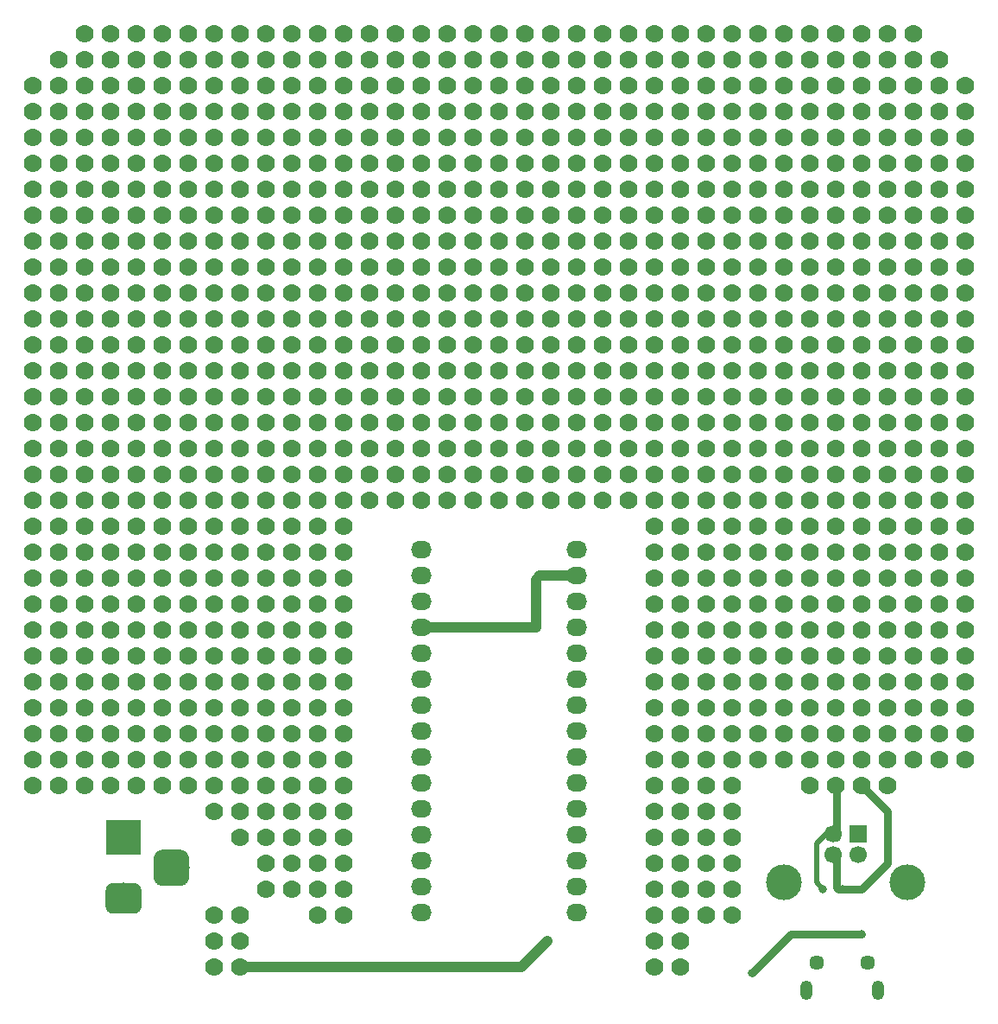
<source format=gbl>
G04 #@! TF.GenerationSoftware,KiCad,Pcbnew,(5.0.0)*
G04 #@! TF.CreationDate,2019-08-07T20:49:05+02:00*
G04 #@! TF.ProjectId,Arduino_Nano_Breadboard,41726475696E6F5F4E616E6F5F427265,rev?*
G04 #@! TF.SameCoordinates,Original*
G04 #@! TF.FileFunction,Copper,L2,Bot,Signal*
G04 #@! TF.FilePolarity,Positive*
%FSLAX46Y46*%
G04 Gerber Fmt 4.6, Leading zero omitted, Abs format (unit mm)*
G04 Created by KiCad (PCBNEW (5.0.0)) date 08/07/19 20:49:05*
%MOMM*%
%LPD*%
G01*
G04 APERTURE LIST*
G04 #@! TA.AperFunction,ComponentPad*
%ADD10C,1.778000*%
G04 #@! TD*
G04 #@! TA.AperFunction,ComponentPad*
%ADD11C,3.500000*%
G04 #@! TD*
G04 #@! TA.AperFunction,ComponentPad*
%ADD12C,1.700000*%
G04 #@! TD*
G04 #@! TA.AperFunction,ComponentPad*
%ADD13R,1.700000X1.700000*%
G04 #@! TD*
G04 #@! TA.AperFunction,ComponentPad*
%ADD14O,2.032000X1.727200*%
G04 #@! TD*
G04 #@! TA.AperFunction,Conductor*
%ADD15C,0.100000*%
G04 #@! TD*
G04 #@! TA.AperFunction,ComponentPad*
%ADD16C,3.000000*%
G04 #@! TD*
G04 #@! TA.AperFunction,ComponentPad*
%ADD17R,3.500000X3.500000*%
G04 #@! TD*
G04 #@! TA.AperFunction,ComponentPad*
%ADD18O,1.200000X1.900000*%
G04 #@! TD*
G04 #@! TA.AperFunction,ComponentPad*
%ADD19C,1.450000*%
G04 #@! TD*
G04 #@! TA.AperFunction,ViaPad*
%ADD20C,0.800000*%
G04 #@! TD*
G04 #@! TA.AperFunction,ViaPad*
%ADD21C,1.000000*%
G04 #@! TD*
G04 #@! TA.AperFunction,Conductor*
%ADD22C,1.000000*%
G04 #@! TD*
G04 #@! TA.AperFunction,Conductor*
%ADD23C,0.750000*%
G04 #@! TD*
G04 #@! TA.AperFunction,Conductor*
%ADD24C,0.500000*%
G04 #@! TD*
G04 APERTURE END LIST*
D10*
G04 #@! TO.P,,*
G04 #@! TO.N,*
X99530000Y-139850000D03*
G04 #@! TD*
G04 #@! TO.P,,*
G04 #@! TO.N,*
X96990000Y-139850000D03*
G04 #@! TD*
G04 #@! TO.P,,*
G04 #@! TO.N,*
X81750000Y-50950000D03*
G04 #@! TD*
G04 #@! TO.P,,*
G04 #@! TO.N,*
X168110000Y-50950000D03*
G04 #@! TD*
G04 #@! TO.P,,*
G04 #@! TO.N,*
X165570000Y-50950000D03*
G04 #@! TD*
G04 #@! TO.P,,*
G04 #@! TO.N,*
X165570000Y-48410000D03*
G04 #@! TD*
G04 #@! TO.P,,4*
G04 #@! TO.N,N/C*
X157950000Y-50950000D03*
X155410000Y-50950000D03*
X155410000Y-48410000D03*
X157950000Y-48410000D03*
G04 #@! TD*
G04 #@! TO.P,,4*
G04 #@! TO.N,N/C*
X147790000Y-50950000D03*
X145250000Y-50950000D03*
X145250000Y-48410000D03*
X147790000Y-48410000D03*
G04 #@! TD*
G04 #@! TO.P,,4*
G04 #@! TO.N,N/C*
X163030000Y-50950000D03*
X160490000Y-50950000D03*
X160490000Y-48410000D03*
X163030000Y-48410000D03*
G04 #@! TD*
G04 #@! TO.P,,4*
G04 #@! TO.N,N/C*
X152870000Y-50950000D03*
X150330000Y-50950000D03*
X150330000Y-48410000D03*
X152870000Y-48410000D03*
G04 #@! TD*
G04 #@! TO.P,,4*
G04 #@! TO.N,N/C*
X137630000Y-50950000D03*
X135090000Y-50950000D03*
X135090000Y-48410000D03*
X137630000Y-48410000D03*
G04 #@! TD*
G04 #@! TO.P,,4*
G04 #@! TO.N,N/C*
X127470000Y-50950000D03*
X124930000Y-50950000D03*
X124930000Y-48410000D03*
X127470000Y-48410000D03*
G04 #@! TD*
G04 #@! TO.P,,4*
G04 #@! TO.N,N/C*
X142710000Y-50950000D03*
X140170000Y-50950000D03*
X140170000Y-48410000D03*
X142710000Y-48410000D03*
G04 #@! TD*
G04 #@! TO.P,,4*
G04 #@! TO.N,N/C*
X132550000Y-50950000D03*
X130010000Y-50950000D03*
X130010000Y-48410000D03*
X132550000Y-48410000D03*
G04 #@! TD*
G04 #@! TO.P,,4*
G04 #@! TO.N,N/C*
X122390000Y-48410000D03*
X119850000Y-48410000D03*
X119850000Y-50950000D03*
X122390000Y-50950000D03*
G04 #@! TD*
G04 #@! TO.P,,4*
G04 #@! TO.N,N/C*
X117310000Y-48410000D03*
X114770000Y-48410000D03*
X114770000Y-50950000D03*
X117310000Y-50950000D03*
G04 #@! TD*
G04 #@! TO.P,,4*
G04 #@! TO.N,N/C*
X112230000Y-48410000D03*
X109690000Y-48410000D03*
X109690000Y-50950000D03*
X112230000Y-50950000D03*
G04 #@! TD*
G04 #@! TO.P,,4*
G04 #@! TO.N,N/C*
X107150000Y-48410000D03*
X104610000Y-48410000D03*
X104610000Y-50950000D03*
X107150000Y-50950000D03*
G04 #@! TD*
G04 #@! TO.P,,4*
G04 #@! TO.N,N/C*
X102070000Y-48410000D03*
X99530000Y-48410000D03*
X99530000Y-50950000D03*
X102070000Y-50950000D03*
G04 #@! TD*
G04 #@! TO.P,,4*
G04 #@! TO.N,N/C*
X96990000Y-48410000D03*
X94450000Y-48410000D03*
X94450000Y-50950000D03*
X96990000Y-50950000D03*
G04 #@! TD*
G04 #@! TO.P,,4*
G04 #@! TO.N,N/C*
X91910000Y-48410000D03*
X89370000Y-48410000D03*
X89370000Y-50950000D03*
X91910000Y-50950000D03*
G04 #@! TD*
G04 #@! TO.P,,4*
G04 #@! TO.N,N/C*
X86830000Y-48410000D03*
X84290000Y-48410000D03*
X84290000Y-50950000D03*
X86830000Y-50950000D03*
G04 #@! TD*
G04 #@! TO.P,,*
G04 #@! TO.N,*
X79210000Y-122070000D03*
G04 #@! TD*
G04 #@! TO.P,,*
G04 #@! TO.N,*
X81750000Y-122070000D03*
G04 #@! TD*
G04 #@! TO.P,,*
G04 #@! TO.N,*
X84290000Y-122070000D03*
G04 #@! TD*
G04 #@! TO.P,,5*
G04 #@! TO.N,N/C*
X84290000Y-114450000D03*
X81750000Y-114450000D03*
X79210000Y-114450000D03*
X79210000Y-116990000D03*
X79210000Y-119530000D03*
X81750000Y-119530000D03*
X84290000Y-119530000D03*
X81750000Y-116990000D03*
X84290000Y-116990000D03*
G04 #@! TD*
G04 #@! TO.P,,5*
G04 #@! TO.N,N/C*
X84290000Y-106830000D03*
X81750000Y-106830000D03*
X79210000Y-106830000D03*
X79210000Y-109370000D03*
X79210000Y-111910000D03*
X81750000Y-111910000D03*
X84290000Y-111910000D03*
X81750000Y-109370000D03*
X84290000Y-109370000D03*
G04 #@! TD*
G04 #@! TO.P,,5*
G04 #@! TO.N,N/C*
X84290000Y-99210000D03*
X81750000Y-99210000D03*
X79210000Y-99210000D03*
X79210000Y-101750000D03*
X79210000Y-104290000D03*
X81750000Y-104290000D03*
X84290000Y-104290000D03*
X81750000Y-101750000D03*
X84290000Y-101750000D03*
G04 #@! TD*
G04 #@! TO.P,,5*
G04 #@! TO.N,N/C*
X84290000Y-91590000D03*
X81750000Y-91590000D03*
X79210000Y-91590000D03*
X79210000Y-94130000D03*
X79210000Y-96670000D03*
X81750000Y-96670000D03*
X84290000Y-96670000D03*
X81750000Y-94130000D03*
X84290000Y-94130000D03*
G04 #@! TD*
G04 #@! TO.P,,5*
G04 #@! TO.N,N/C*
X84290000Y-83970000D03*
X81750000Y-83970000D03*
X79210000Y-83970000D03*
X79210000Y-86510000D03*
X79210000Y-89050000D03*
X81750000Y-89050000D03*
X84290000Y-89050000D03*
X81750000Y-86510000D03*
X84290000Y-86510000D03*
G04 #@! TD*
G04 #@! TO.P,,5*
G04 #@! TO.N,N/C*
X84290000Y-76350000D03*
X81750000Y-76350000D03*
X79210000Y-76350000D03*
X79210000Y-78890000D03*
X79210000Y-81430000D03*
X81750000Y-81430000D03*
X84290000Y-81430000D03*
X81750000Y-78890000D03*
X84290000Y-78890000D03*
G04 #@! TD*
G04 #@! TO.P,,5*
G04 #@! TO.N,N/C*
X84290000Y-68730000D03*
X81750000Y-68730000D03*
X79210000Y-68730000D03*
X79210000Y-71270000D03*
X79210000Y-73810000D03*
X81750000Y-73810000D03*
X84290000Y-73810000D03*
X81750000Y-71270000D03*
X84290000Y-71270000D03*
G04 #@! TD*
G04 #@! TO.P,,5*
G04 #@! TO.N,N/C*
X84290000Y-61110000D03*
X81750000Y-61110000D03*
X79210000Y-61110000D03*
X79210000Y-63650000D03*
X79210000Y-66190000D03*
X81750000Y-66190000D03*
X84290000Y-66190000D03*
X81750000Y-63650000D03*
X84290000Y-63650000D03*
G04 #@! TD*
G04 #@! TO.P,,5*
G04 #@! TO.N,N/C*
X84290000Y-53490000D03*
X81750000Y-53490000D03*
X79210000Y-53490000D03*
X79210000Y-56030000D03*
X79210000Y-58570000D03*
X81750000Y-58570000D03*
X84290000Y-58570000D03*
X81750000Y-56030000D03*
X84290000Y-56030000D03*
G04 #@! TD*
G04 #@! TO.P,,*
G04 #@! TO.N,*
X170650000Y-86510000D03*
G04 #@! TD*
G04 #@! TO.P,,*
G04 #@! TO.N,*
X170650000Y-83970000D03*
G04 #@! TD*
G04 #@! TO.P,,*
G04 #@! TO.N,*
X170650000Y-119530000D03*
G04 #@! TD*
G04 #@! TO.P,,*
G04 #@! TO.N,*
X170650000Y-116990000D03*
G04 #@! TD*
G04 #@! TO.P,,*
G04 #@! TO.N,*
X170650000Y-114450000D03*
G04 #@! TD*
G04 #@! TO.P,,*
G04 #@! TO.N,*
X168110000Y-114450000D03*
G04 #@! TD*
G04 #@! TO.P,,4*
G04 #@! TO.N,N/C*
X147790000Y-129690000D03*
X145250000Y-129690000D03*
X145250000Y-127150000D03*
X147790000Y-127150000D03*
G04 #@! TD*
G04 #@! TO.P,,4*
G04 #@! TO.N,N/C*
X147790000Y-124610000D03*
X145250000Y-124610000D03*
X145250000Y-122070000D03*
X147790000Y-122070000D03*
G04 #@! TD*
G04 #@! TO.P,,4*
G04 #@! TO.N,N/C*
X147790000Y-119530000D03*
X145250000Y-119530000D03*
X145250000Y-116990000D03*
X147790000Y-116990000D03*
G04 #@! TD*
G04 #@! TO.P,,4*
G04 #@! TO.N,N/C*
X152870000Y-119530000D03*
X150330000Y-119530000D03*
X150330000Y-116990000D03*
X152870000Y-116990000D03*
G04 #@! TD*
G04 #@! TO.P,,4*
G04 #@! TO.N,N/C*
X157950000Y-119530000D03*
X155410000Y-119530000D03*
X155410000Y-116990000D03*
X157950000Y-116990000D03*
G04 #@! TD*
G04 #@! TO.P,,4*
G04 #@! TO.N,N/C*
X170650000Y-111910000D03*
X168110000Y-111910000D03*
X168110000Y-109370000D03*
X170650000Y-109370000D03*
G04 #@! TD*
G04 #@! TO.P,,4*
G04 #@! TO.N,N/C*
X170650000Y-106830000D03*
X168110000Y-106830000D03*
X168110000Y-104290000D03*
X170650000Y-104290000D03*
G04 #@! TD*
G04 #@! TO.P,,4*
G04 #@! TO.N,N/C*
X170650000Y-101750000D03*
X168110000Y-101750000D03*
X168110000Y-99210000D03*
X170650000Y-99210000D03*
G04 #@! TD*
G04 #@! TO.P,,4*
G04 #@! TO.N,N/C*
X170650000Y-96670000D03*
X168110000Y-96670000D03*
X168110000Y-94130000D03*
X170650000Y-94130000D03*
G04 #@! TD*
G04 #@! TO.P,,4*
G04 #@! TO.N,N/C*
X170650000Y-91590000D03*
X168110000Y-91590000D03*
X168110000Y-89050000D03*
X170650000Y-89050000D03*
G04 #@! TD*
G04 #@! TO.P,,4*
G04 #@! TO.N,N/C*
X168110000Y-86510000D03*
X165570000Y-86510000D03*
X165570000Y-83970000D03*
X168110000Y-83970000D03*
G04 #@! TD*
G04 #@! TO.P,,5*
G04 #@! TO.N,N/C*
X170650000Y-76350000D03*
X168110000Y-76350000D03*
X165570000Y-76350000D03*
X165570000Y-78890000D03*
X165570000Y-81430000D03*
X168110000Y-81430000D03*
X170650000Y-81430000D03*
X168110000Y-78890000D03*
X170650000Y-78890000D03*
G04 #@! TD*
G04 #@! TO.P,,5*
G04 #@! TO.N,N/C*
X170650000Y-68730000D03*
X168110000Y-68730000D03*
X165570000Y-68730000D03*
X165570000Y-71270000D03*
X165570000Y-73810000D03*
X168110000Y-73810000D03*
X170650000Y-73810000D03*
X168110000Y-71270000D03*
X170650000Y-71270000D03*
G04 #@! TD*
G04 #@! TO.P,,5*
G04 #@! TO.N,N/C*
X170650000Y-61110000D03*
X168110000Y-61110000D03*
X165570000Y-61110000D03*
X165570000Y-63650000D03*
X165570000Y-66190000D03*
X168110000Y-66190000D03*
X170650000Y-66190000D03*
X168110000Y-63650000D03*
X170650000Y-63650000D03*
G04 #@! TD*
G04 #@! TO.P,,5*
G04 #@! TO.N,N/C*
X170650000Y-53490000D03*
X168110000Y-53490000D03*
X165570000Y-53490000D03*
X165570000Y-56030000D03*
X165570000Y-58570000D03*
X168110000Y-58570000D03*
X170650000Y-58570000D03*
X168110000Y-56030000D03*
X170650000Y-56030000D03*
G04 #@! TD*
G04 #@! TO.P,,*
G04 #@! TO.N,*
X163030000Y-86510000D03*
G04 #@! TD*
G04 #@! TO.P,,*
G04 #@! TO.N,*
X160490000Y-86510000D03*
G04 #@! TD*
G04 #@! TO.P,,4*
G04 #@! TO.N,N/C*
X163030000Y-81430000D03*
X160490000Y-81430000D03*
X160490000Y-83970000D03*
X163030000Y-83970000D03*
G04 #@! TD*
G04 #@! TO.P,,*
G04 #@! TO.N,*
X157950000Y-58570000D03*
G04 #@! TD*
G04 #@! TO.P,,*
G04 #@! TO.N,*
X157950000Y-56030000D03*
G04 #@! TD*
G04 #@! TO.P,,*
G04 #@! TO.N,*
X155410000Y-56030000D03*
G04 #@! TD*
G04 #@! TO.P,,*
G04 #@! TO.N,*
X152870000Y-56030000D03*
G04 #@! TD*
G04 #@! TO.P,,*
G04 #@! TO.N,*
X150330000Y-56030000D03*
G04 #@! TD*
G04 #@! TO.P,,*
G04 #@! TO.N,*
X147790000Y-56030000D03*
G04 #@! TD*
G04 #@! TO.P,,*
G04 #@! TO.N,*
X145250000Y-56030000D03*
G04 #@! TD*
G04 #@! TO.P,,*
G04 #@! TO.N,*
X145250000Y-58570000D03*
G04 #@! TD*
G04 #@! TO.P,,*
G04 #@! TO.N,*
X145250000Y-61110000D03*
G04 #@! TD*
G04 #@! TO.P,,*
G04 #@! TO.N,*
X163030000Y-78890000D03*
G04 #@! TD*
G04 #@! TO.P,,*
G04 #@! TO.N,*
X163030000Y-76350000D03*
G04 #@! TD*
G04 #@! TO.P,,*
G04 #@! TO.N,*
X163030000Y-73810000D03*
G04 #@! TD*
G04 #@! TO.P,,4*
G04 #@! TO.N,N/C*
X104610000Y-129690000D03*
X102070000Y-129690000D03*
X102070000Y-132230000D03*
X104610000Y-132230000D03*
G04 #@! TD*
G04 #@! TO.P,,4*
G04 #@! TO.N,N/C*
X104610000Y-124610000D03*
X102070000Y-124610000D03*
X102070000Y-127150000D03*
X104610000Y-127150000D03*
G04 #@! TD*
G04 #@! TO.P,,*
G04 #@! TO.N,*
X107150000Y-53490000D03*
G04 #@! TD*
G04 #@! TO.P,,4*
G04 #@! TO.N,N/C*
X168110000Y-119530000D03*
X165570000Y-119530000D03*
X165570000Y-116990000D03*
X168110000Y-116990000D03*
G04 #@! TD*
G04 #@! TO.P,,4*
G04 #@! TO.N,N/C*
X99530000Y-137310000D03*
X96990000Y-137310000D03*
X96990000Y-134770000D03*
X99530000Y-134770000D03*
G04 #@! TD*
G04 #@! TO.P,,4*
G04 #@! TO.N,N/C*
X142710000Y-139850000D03*
X140170000Y-139850000D03*
X140170000Y-137310000D03*
X142710000Y-137310000D03*
G04 #@! TD*
G04 #@! TO.P,,4*
G04 #@! TO.N,N/C*
X163030000Y-56030000D03*
X160490000Y-56030000D03*
X160490000Y-53490000D03*
X163030000Y-53490000D03*
G04 #@! TD*
G04 #@! TO.P,,4*
G04 #@! TO.N,N/C*
X163030000Y-61110000D03*
X160490000Y-61110000D03*
X160490000Y-58570000D03*
X163030000Y-58570000D03*
G04 #@! TD*
G04 #@! TO.P,,4*
G04 #@! TO.N,N/C*
X165570000Y-106830000D03*
X163030000Y-106830000D03*
X163030000Y-104290000D03*
X165570000Y-104290000D03*
G04 #@! TD*
G04 #@! TO.P,,4*
G04 #@! TO.N,N/C*
X160490000Y-106830000D03*
X157950000Y-106830000D03*
X157950000Y-104290000D03*
X160490000Y-104290000D03*
G04 #@! TD*
G04 #@! TO.P,,4*
G04 #@! TO.N,N/C*
X155410000Y-106830000D03*
X152870000Y-106830000D03*
X152870000Y-104290000D03*
X155410000Y-104290000D03*
G04 #@! TD*
G04 #@! TO.P,,4*
G04 #@! TO.N,N/C*
X147790000Y-134770000D03*
X145250000Y-134770000D03*
X145250000Y-132230000D03*
X147790000Y-132230000D03*
G04 #@! TD*
G04 #@! TO.P,,4*
G04 #@! TO.N,N/C*
X142710000Y-132230000D03*
X140170000Y-132230000D03*
X140170000Y-129690000D03*
X142710000Y-129690000D03*
G04 #@! TD*
G04 #@! TO.P,,4*
G04 #@! TO.N,N/C*
X142710000Y-127150000D03*
X140170000Y-127150000D03*
X140170000Y-124610000D03*
X142710000Y-124610000D03*
G04 #@! TD*
G04 #@! TO.P,,4*
G04 #@! TO.N,N/C*
X142710000Y-122070000D03*
X140170000Y-122070000D03*
X140170000Y-119530000D03*
X142710000Y-119530000D03*
G04 #@! TD*
G04 #@! TO.P,,4*
G04 #@! TO.N,N/C*
X142710000Y-116990000D03*
X140170000Y-116990000D03*
X140170000Y-114450000D03*
X142710000Y-114450000D03*
G04 #@! TD*
G04 #@! TO.P,,4*
G04 #@! TO.N,N/C*
X142710000Y-111910000D03*
X140170000Y-111910000D03*
X140170000Y-109370000D03*
X142710000Y-109370000D03*
G04 #@! TD*
G04 #@! TO.P,,4*
G04 #@! TO.N,N/C*
X142710000Y-106830000D03*
X140170000Y-106830000D03*
X140170000Y-104290000D03*
X142710000Y-104290000D03*
G04 #@! TD*
G04 #@! TO.P,,4*
G04 #@! TO.N,N/C*
X142710000Y-101750000D03*
X140170000Y-101750000D03*
X140170000Y-99210000D03*
X142710000Y-99210000D03*
G04 #@! TD*
G04 #@! TO.P,,4*
G04 #@! TO.N,N/C*
X142710000Y-96670000D03*
X140170000Y-96670000D03*
X140170000Y-94130000D03*
X142710000Y-94130000D03*
G04 #@! TD*
G04 #@! TO.P,,4*
G04 #@! TO.N,N/C*
X109690000Y-132230000D03*
X107150000Y-132230000D03*
X107150000Y-129690000D03*
X109690000Y-129690000D03*
G04 #@! TD*
G04 #@! TO.P,,4*
G04 #@! TO.N,N/C*
X109690000Y-127150000D03*
X107150000Y-127150000D03*
X107150000Y-124610000D03*
X109690000Y-124610000D03*
G04 #@! TD*
G04 #@! TO.P,,4*
G04 #@! TO.N,N/C*
X109690000Y-122070000D03*
X107150000Y-122070000D03*
X107150000Y-119530000D03*
X109690000Y-119530000D03*
G04 #@! TD*
G04 #@! TO.P,,4*
G04 #@! TO.N,N/C*
X109690000Y-116990000D03*
X107150000Y-116990000D03*
X107150000Y-114450000D03*
X109690000Y-114450000D03*
G04 #@! TD*
G04 #@! TO.P,,4*
G04 #@! TO.N,N/C*
X109690000Y-111910000D03*
X107150000Y-111910000D03*
X107150000Y-109370000D03*
X109690000Y-109370000D03*
G04 #@! TD*
G04 #@! TO.P,,4*
G04 #@! TO.N,N/C*
X109690000Y-106830000D03*
X107150000Y-106830000D03*
X107150000Y-104290000D03*
X109690000Y-104290000D03*
G04 #@! TD*
G04 #@! TO.P,,4*
G04 #@! TO.N,N/C*
X109690000Y-101750000D03*
X107150000Y-101750000D03*
X107150000Y-99210000D03*
X109690000Y-99210000D03*
G04 #@! TD*
G04 #@! TO.P,,4*
G04 #@! TO.N,N/C*
X109690000Y-96670000D03*
X107150000Y-96670000D03*
X107150000Y-94130000D03*
X109690000Y-94130000D03*
G04 #@! TD*
G04 #@! TO.P,,4*
G04 #@! TO.N,N/C*
X163030000Y-66190000D03*
X160490000Y-66190000D03*
X160490000Y-63650000D03*
X163030000Y-63650000D03*
G04 #@! TD*
G04 #@! TO.P,,4*
G04 #@! TO.N,N/C*
X163030000Y-119530000D03*
X160490000Y-119530000D03*
X160490000Y-116990000D03*
X163030000Y-116990000D03*
G04 #@! TD*
G04 #@! TO.P,,4*
G04 #@! TO.N,N/C*
X150330000Y-61110000D03*
X147790000Y-61110000D03*
X147790000Y-58570000D03*
X150330000Y-58570000D03*
G04 #@! TD*
G04 #@! TO.P,,4*
G04 #@! TO.N,N/C*
X163030000Y-71270000D03*
X160490000Y-71270000D03*
X160490000Y-68730000D03*
X163030000Y-68730000D03*
G04 #@! TD*
G04 #@! TO.P,,4*
G04 #@! TO.N,N/C*
X89370000Y-122070000D03*
X86830000Y-122070000D03*
X86830000Y-119530000D03*
X89370000Y-119530000D03*
G04 #@! TD*
G04 #@! TO.P,,4*
G04 #@! TO.N,N/C*
X89370000Y-116990000D03*
X86830000Y-116990000D03*
X86830000Y-114450000D03*
X89370000Y-114450000D03*
G04 #@! TD*
G04 #@! TO.P,,4*
G04 #@! TO.N,N/C*
X89370000Y-111910000D03*
X86830000Y-111910000D03*
X86830000Y-109370000D03*
X89370000Y-109370000D03*
G04 #@! TD*
G04 #@! TO.P,,4*
G04 #@! TO.N,N/C*
X89370000Y-106830000D03*
X86830000Y-106830000D03*
X86830000Y-104290000D03*
X89370000Y-104290000D03*
G04 #@! TD*
G04 #@! TO.P,,4*
G04 #@! TO.N,N/C*
X89370000Y-101750000D03*
X86830000Y-101750000D03*
X86830000Y-99210000D03*
X89370000Y-99210000D03*
G04 #@! TD*
G04 #@! TO.P,,4*
G04 #@! TO.N,N/C*
X89370000Y-96670000D03*
X86830000Y-96670000D03*
X86830000Y-94130000D03*
X89370000Y-94130000D03*
G04 #@! TD*
G04 #@! TO.P,,4*
G04 #@! TO.N,N/C*
X89370000Y-91590000D03*
X86830000Y-91590000D03*
X86830000Y-89050000D03*
X89370000Y-89050000D03*
G04 #@! TD*
G04 #@! TO.P,,4*
G04 #@! TO.N,N/C*
X89370000Y-86510000D03*
X86830000Y-86510000D03*
X86830000Y-83970000D03*
X89370000Y-83970000D03*
G04 #@! TD*
G04 #@! TO.P,,4*
G04 #@! TO.N,N/C*
X89370000Y-81430000D03*
X86830000Y-81430000D03*
X86830000Y-78890000D03*
X89370000Y-78890000D03*
G04 #@! TD*
G04 #@! TO.P,,4*
G04 #@! TO.N,N/C*
X89370000Y-76350000D03*
X86830000Y-76350000D03*
X86830000Y-73810000D03*
X89370000Y-73810000D03*
G04 #@! TD*
G04 #@! TO.P,,4*
G04 #@! TO.N,N/C*
X89370000Y-71270000D03*
X86830000Y-71270000D03*
X86830000Y-68730000D03*
X89370000Y-68730000D03*
G04 #@! TD*
G04 #@! TO.P,,4*
G04 #@! TO.N,N/C*
X89370000Y-66190000D03*
X86830000Y-66190000D03*
X86830000Y-63650000D03*
X89370000Y-63650000D03*
G04 #@! TD*
G04 #@! TO.P,,4*
G04 #@! TO.N,N/C*
X89370000Y-61110000D03*
X86830000Y-61110000D03*
X86830000Y-58570000D03*
X89370000Y-58570000D03*
G04 #@! TD*
G04 #@! TO.P,,4*
G04 #@! TO.N,N/C*
X89370000Y-56030000D03*
X86830000Y-56030000D03*
X86830000Y-53490000D03*
X89370000Y-53490000D03*
G04 #@! TD*
G04 #@! TO.P,,4*
G04 #@! TO.N,N/C*
X155410000Y-78890000D03*
X152870000Y-78890000D03*
X152870000Y-76350000D03*
X155410000Y-76350000D03*
G04 #@! TD*
G04 #@! TO.P,,4*
G04 #@! TO.N,N/C*
X160490000Y-78890000D03*
X157950000Y-78890000D03*
X157950000Y-76350000D03*
X160490000Y-76350000D03*
G04 #@! TD*
G04 #@! TO.P,,*
G04 #@! TO.N,*
X99530000Y-127150000D03*
G04 #@! TD*
G04 #@! TO.P,,*
G04 #@! TO.N,*
X99530000Y-124610000D03*
G04 #@! TD*
G04 #@! TO.P,,*
G04 #@! TO.N,*
X96990000Y-124610000D03*
G04 #@! TD*
G04 #@! TO.P,,*
G04 #@! TO.N,*
X163030000Y-122070000D03*
G04 #@! TD*
G04 #@! TO.P,,*
G04 #@! TO.N,*
X160490000Y-122070000D03*
G04 #@! TD*
G04 #@! TO.P,,*
G04 #@! TO.N,*
X157950000Y-122070000D03*
G04 #@! TD*
G04 #@! TO.P,,*
G04 #@! TO.N,*
X155410000Y-122070000D03*
G04 #@! TD*
G04 #@! TO.P,,*
G04 #@! TO.N,*
X107150000Y-134770000D03*
G04 #@! TD*
G04 #@! TO.P,,*
G04 #@! TO.N,*
X109690000Y-134770000D03*
G04 #@! TD*
G04 #@! TO.P,,*
G04 #@! TO.N,*
X142710000Y-134770000D03*
G04 #@! TD*
G04 #@! TO.P,,*
G04 #@! TO.N,*
X140170000Y-134770000D03*
G04 #@! TD*
G04 #@! TO.P,,*
G04 #@! TO.N,*
X137630000Y-94130000D03*
G04 #@! TD*
G04 #@! TO.P,,*
G04 #@! TO.N,*
X135090000Y-94130000D03*
G04 #@! TD*
G04 #@! TO.P,,*
G04 #@! TO.N,*
X132550000Y-94130000D03*
G04 #@! TD*
G04 #@! TO.P,,*
G04 #@! TO.N,*
X130010000Y-94130000D03*
G04 #@! TD*
G04 #@! TO.P,,*
G04 #@! TO.N,*
X127470000Y-94130000D03*
G04 #@! TD*
G04 #@! TO.P,,*
G04 #@! TO.N,*
X124930000Y-94130000D03*
G04 #@! TD*
G04 #@! TO.P,,*
G04 #@! TO.N,*
X122390000Y-94130000D03*
G04 #@! TD*
G04 #@! TO.P,,*
G04 #@! TO.N,*
X119850000Y-94130000D03*
G04 #@! TD*
G04 #@! TO.P,,*
G04 #@! TO.N,*
X117310000Y-94130000D03*
G04 #@! TD*
G04 #@! TO.P,,*
G04 #@! TO.N,*
X114770000Y-94130000D03*
G04 #@! TD*
G04 #@! TO.P,,*
G04 #@! TO.N,*
X157950000Y-53490000D03*
G04 #@! TD*
G04 #@! TO.P,,*
G04 #@! TO.N,*
X155410000Y-53490000D03*
G04 #@! TD*
G04 #@! TO.P,,*
G04 #@! TO.N,*
X152870000Y-53490000D03*
G04 #@! TD*
G04 #@! TO.P,,*
G04 #@! TO.N,*
X160490000Y-73810000D03*
G04 #@! TD*
G04 #@! TO.P,,*
G04 #@! TO.N,*
X152870000Y-58570000D03*
G04 #@! TD*
G04 #@! TO.P,,*
G04 #@! TO.N,*
X155410000Y-58570000D03*
G04 #@! TD*
G04 #@! TO.P,,*
G04 #@! TO.N,*
X91910000Y-53490000D03*
G04 #@! TD*
G04 #@! TO.P,,*
G04 #@! TO.N,*
X96990000Y-53490000D03*
G04 #@! TD*
G04 #@! TO.P,,*
G04 #@! TO.N,*
X94450000Y-53490000D03*
G04 #@! TD*
G04 #@! TO.P,,*
G04 #@! TO.N,*
X99530000Y-53490000D03*
G04 #@! TD*
G04 #@! TO.P,,*
G04 #@! TO.N,*
X102070000Y-53490000D03*
G04 #@! TD*
G04 #@! TO.P,,*
G04 #@! TO.N,*
X104610000Y-53490000D03*
G04 #@! TD*
G04 #@! TO.P,,*
G04 #@! TO.N,*
X109690000Y-53490000D03*
G04 #@! TD*
G04 #@! TO.P,,*
G04 #@! TO.N,*
X119850000Y-53490000D03*
G04 #@! TD*
G04 #@! TO.P,,*
G04 #@! TO.N,*
X127470000Y-53490000D03*
G04 #@! TD*
G04 #@! TO.P,,*
G04 #@! TO.N,*
X122390000Y-53490000D03*
G04 #@! TD*
G04 #@! TO.P,,*
G04 #@! TO.N,*
X130010000Y-53490000D03*
G04 #@! TD*
G04 #@! TO.P,,*
G04 #@! TO.N,*
X112230000Y-53490000D03*
G04 #@! TD*
G04 #@! TO.P,,*
G04 #@! TO.N,*
X114770000Y-53490000D03*
G04 #@! TD*
G04 #@! TO.P,,*
G04 #@! TO.N,*
X117310000Y-53490000D03*
G04 #@! TD*
G04 #@! TO.P,,*
G04 #@! TO.N,*
X124930000Y-53490000D03*
G04 #@! TD*
G04 #@! TO.P,,*
G04 #@! TO.N,*
X132550000Y-53490000D03*
G04 #@! TD*
G04 #@! TO.P,,*
G04 #@! TO.N,*
X142710000Y-53490000D03*
G04 #@! TD*
G04 #@! TO.P,,*
G04 #@! TO.N,*
X150330000Y-53490000D03*
G04 #@! TD*
G04 #@! TO.P,,*
G04 #@! TO.N,*
X145250000Y-53490000D03*
G04 #@! TD*
G04 #@! TO.P,,*
G04 #@! TO.N,*
X135090000Y-53490000D03*
G04 #@! TD*
G04 #@! TO.P,,*
G04 #@! TO.N,*
X137630000Y-53490000D03*
G04 #@! TD*
G04 #@! TO.P,,*
G04 #@! TO.N,*
X140170000Y-53490000D03*
G04 #@! TD*
G04 #@! TO.P,,*
G04 #@! TO.N,*
X147790000Y-53490000D03*
G04 #@! TD*
G04 #@! TO.P,,*
G04 #@! TO.N,*
X112230000Y-94130000D03*
G04 #@! TD*
G04 #@! TO.P,,5*
G04 #@! TO.N,N/C*
X142710000Y-81430000D03*
X140170000Y-81430000D03*
X142710000Y-83970000D03*
X140170000Y-83970000D03*
X137630000Y-83970000D03*
X137630000Y-81430000D03*
X137630000Y-78890000D03*
X140170000Y-78890000D03*
X142710000Y-78890000D03*
G04 #@! TD*
G04 #@! TO.P,,5*
G04 #@! TO.N,N/C*
X165570000Y-99210000D03*
X163030000Y-99210000D03*
X165570000Y-101750000D03*
X163030000Y-101750000D03*
X160490000Y-101750000D03*
X160490000Y-99210000D03*
X160490000Y-96670000D03*
X163030000Y-96670000D03*
X165570000Y-96670000D03*
G04 #@! TD*
G04 #@! TO.P,,5*
G04 #@! TO.N,N/C*
X157950000Y-99210000D03*
X155410000Y-99210000D03*
X157950000Y-101750000D03*
X155410000Y-101750000D03*
X152870000Y-101750000D03*
X152870000Y-99210000D03*
X152870000Y-96670000D03*
X155410000Y-96670000D03*
X157950000Y-96670000D03*
G04 #@! TD*
G04 #@! TO.P,,5*
G04 #@! TO.N,N/C*
X165570000Y-91590000D03*
X163030000Y-91590000D03*
X165570000Y-94130000D03*
X163030000Y-94130000D03*
X160490000Y-94130000D03*
X160490000Y-91590000D03*
X160490000Y-89050000D03*
X163030000Y-89050000D03*
X165570000Y-89050000D03*
G04 #@! TD*
G04 #@! TO.P,,5*
G04 #@! TO.N,N/C*
X157950000Y-91590000D03*
X155410000Y-91590000D03*
X157950000Y-94130000D03*
X155410000Y-94130000D03*
X152870000Y-94130000D03*
X152870000Y-91590000D03*
X152870000Y-89050000D03*
X155410000Y-89050000D03*
X157950000Y-89050000D03*
G04 #@! TD*
G04 #@! TO.P,,5*
G04 #@! TO.N,N/C*
X157950000Y-83970000D03*
X155410000Y-83970000D03*
X157950000Y-86510000D03*
X155410000Y-86510000D03*
X152870000Y-86510000D03*
X152870000Y-83970000D03*
X152870000Y-81430000D03*
X155410000Y-81430000D03*
X157950000Y-81430000D03*
G04 #@! TD*
G04 #@! TO.P,,5*
G04 #@! TO.N,N/C*
X150330000Y-111910000D03*
X147790000Y-111910000D03*
X150330000Y-114450000D03*
X147790000Y-114450000D03*
X145250000Y-114450000D03*
X145250000Y-111910000D03*
X145250000Y-109370000D03*
X147790000Y-109370000D03*
X150330000Y-109370000D03*
G04 #@! TD*
G04 #@! TO.P,,5*
G04 #@! TO.N,N/C*
X150330000Y-104290000D03*
X147790000Y-104290000D03*
X150330000Y-106830000D03*
X147790000Y-106830000D03*
X145250000Y-106830000D03*
X145250000Y-104290000D03*
X145250000Y-101750000D03*
X147790000Y-101750000D03*
X150330000Y-101750000D03*
G04 #@! TD*
G04 #@! TO.P,,5*
G04 #@! TO.N,N/C*
X150330000Y-96670000D03*
X147790000Y-96670000D03*
X150330000Y-99210000D03*
X147790000Y-99210000D03*
X145250000Y-99210000D03*
X145250000Y-96670000D03*
X145250000Y-94130000D03*
X147790000Y-94130000D03*
X150330000Y-94130000D03*
G04 #@! TD*
G04 #@! TO.P,,5*
G04 #@! TO.N,N/C*
X112230000Y-89050000D03*
X109690000Y-89050000D03*
X112230000Y-91590000D03*
X109690000Y-91590000D03*
X107150000Y-91590000D03*
X107150000Y-89050000D03*
X107150000Y-86510000D03*
X109690000Y-86510000D03*
X112230000Y-86510000D03*
G04 #@! TD*
G04 #@! TO.P,,5*
G04 #@! TO.N,N/C*
X119850000Y-89050000D03*
X117310000Y-89050000D03*
X119850000Y-91590000D03*
X117310000Y-91590000D03*
X114770000Y-91590000D03*
X114770000Y-89050000D03*
X114770000Y-86510000D03*
X117310000Y-86510000D03*
X119850000Y-86510000D03*
G04 #@! TD*
G04 #@! TO.P,,5*
G04 #@! TO.N,N/C*
X127470000Y-89050000D03*
X124930000Y-89050000D03*
X127470000Y-91590000D03*
X124930000Y-91590000D03*
X122390000Y-91590000D03*
X122390000Y-89050000D03*
X122390000Y-86510000D03*
X124930000Y-86510000D03*
X127470000Y-86510000D03*
G04 #@! TD*
G04 #@! TO.P,,5*
G04 #@! TO.N,N/C*
X135090000Y-89050000D03*
X132550000Y-89050000D03*
X135090000Y-91590000D03*
X132550000Y-91590000D03*
X130010000Y-91590000D03*
X130010000Y-89050000D03*
X130010000Y-86510000D03*
X132550000Y-86510000D03*
X135090000Y-86510000D03*
G04 #@! TD*
G04 #@! TO.P,,5*
G04 #@! TO.N,N/C*
X142710000Y-89050000D03*
X140170000Y-89050000D03*
X142710000Y-91590000D03*
X140170000Y-91590000D03*
X137630000Y-91590000D03*
X137630000Y-89050000D03*
X137630000Y-86510000D03*
X140170000Y-86510000D03*
X142710000Y-86510000D03*
G04 #@! TD*
G04 #@! TO.P,,5*
G04 #@! TO.N,N/C*
X150330000Y-89050000D03*
X147790000Y-89050000D03*
X150330000Y-91590000D03*
X147790000Y-91590000D03*
X145250000Y-91590000D03*
X145250000Y-89050000D03*
X145250000Y-86510000D03*
X147790000Y-86510000D03*
X150330000Y-86510000D03*
G04 #@! TD*
G04 #@! TO.P,,5*
G04 #@! TO.N,N/C*
X150330000Y-81430000D03*
X147790000Y-81430000D03*
X150330000Y-83970000D03*
X147790000Y-83970000D03*
X145250000Y-83970000D03*
X145250000Y-81430000D03*
X145250000Y-78890000D03*
X147790000Y-78890000D03*
X150330000Y-78890000D03*
G04 #@! TD*
G04 #@! TO.P,,5*
G04 #@! TO.N,N/C*
X135090000Y-81430000D03*
X132550000Y-81430000D03*
X135090000Y-83970000D03*
X132550000Y-83970000D03*
X130010000Y-83970000D03*
X130010000Y-81430000D03*
X130010000Y-78890000D03*
X132550000Y-78890000D03*
X135090000Y-78890000D03*
G04 #@! TD*
G04 #@! TO.P,,5*
G04 #@! TO.N,N/C*
X127470000Y-81430000D03*
X124930000Y-81430000D03*
X127470000Y-83970000D03*
X124930000Y-83970000D03*
X122390000Y-83970000D03*
X122390000Y-81430000D03*
X122390000Y-78890000D03*
X124930000Y-78890000D03*
X127470000Y-78890000D03*
G04 #@! TD*
G04 #@! TO.P,,5*
G04 #@! TO.N,N/C*
X119850000Y-81430000D03*
X117310000Y-81430000D03*
X119850000Y-83970000D03*
X117310000Y-83970000D03*
X114770000Y-83970000D03*
X114770000Y-81430000D03*
X114770000Y-78890000D03*
X117310000Y-78890000D03*
X119850000Y-78890000D03*
G04 #@! TD*
G04 #@! TO.P,,5*
G04 #@! TO.N,N/C*
X112230000Y-81430000D03*
X109690000Y-81430000D03*
X112230000Y-83970000D03*
X109690000Y-83970000D03*
X107150000Y-83970000D03*
X107150000Y-81430000D03*
X107150000Y-78890000D03*
X109690000Y-78890000D03*
X112230000Y-78890000D03*
G04 #@! TD*
G04 #@! TO.P,,5*
G04 #@! TO.N,N/C*
X165570000Y-111910000D03*
X163030000Y-111910000D03*
X165570000Y-114450000D03*
X163030000Y-114450000D03*
X160490000Y-114450000D03*
X160490000Y-111910000D03*
X160490000Y-109370000D03*
X163030000Y-109370000D03*
X165570000Y-109370000D03*
G04 #@! TD*
G04 #@! TO.P,,5*
G04 #@! TO.N,N/C*
X157950000Y-111910000D03*
X155410000Y-111910000D03*
X157950000Y-114450000D03*
X155410000Y-114450000D03*
X152870000Y-114450000D03*
X152870000Y-111910000D03*
X152870000Y-109370000D03*
X155410000Y-109370000D03*
X157950000Y-109370000D03*
G04 #@! TD*
G04 #@! TO.P,,5*
G04 #@! TO.N,N/C*
X157950000Y-71270000D03*
X155410000Y-71270000D03*
X157950000Y-73810000D03*
X155410000Y-73810000D03*
X152870000Y-73810000D03*
X152870000Y-71270000D03*
X152870000Y-68730000D03*
X155410000Y-68730000D03*
X157950000Y-68730000D03*
G04 #@! TD*
G04 #@! TO.P,,5*
G04 #@! TO.N,N/C*
X157950000Y-63650000D03*
X155410000Y-63650000D03*
X157950000Y-66190000D03*
X155410000Y-66190000D03*
X152870000Y-66190000D03*
X152870000Y-63650000D03*
X152870000Y-61110000D03*
X155410000Y-61110000D03*
X157950000Y-61110000D03*
G04 #@! TD*
G04 #@! TO.P,,5*
G04 #@! TO.N,N/C*
X96990000Y-58570000D03*
X94450000Y-58570000D03*
X96990000Y-61110000D03*
X94450000Y-61110000D03*
X91910000Y-61110000D03*
X91910000Y-58570000D03*
X91910000Y-56030000D03*
X94450000Y-56030000D03*
X96990000Y-56030000D03*
G04 #@! TD*
G04 #@! TO.P,,5*
G04 #@! TO.N,N/C*
X96990000Y-66190000D03*
X94450000Y-66190000D03*
X96990000Y-68730000D03*
X94450000Y-68730000D03*
X91910000Y-68730000D03*
X91910000Y-66190000D03*
X91910000Y-63650000D03*
X94450000Y-63650000D03*
X96990000Y-63650000D03*
G04 #@! TD*
G04 #@! TO.P,,5*
G04 #@! TO.N,N/C*
X96990000Y-73810000D03*
X94450000Y-73810000D03*
X96990000Y-76350000D03*
X94450000Y-76350000D03*
X91910000Y-76350000D03*
X91910000Y-73810000D03*
X91910000Y-71270000D03*
X94450000Y-71270000D03*
X96990000Y-71270000D03*
G04 #@! TD*
G04 #@! TO.P,,5*
G04 #@! TO.N,N/C*
X96990000Y-104290000D03*
X94450000Y-104290000D03*
X96990000Y-106830000D03*
X94450000Y-106830000D03*
X91910000Y-106830000D03*
X91910000Y-104290000D03*
X91910000Y-101750000D03*
X94450000Y-101750000D03*
X96990000Y-101750000D03*
G04 #@! TD*
G04 #@! TO.P,,5*
G04 #@! TO.N,N/C*
X96990000Y-119530000D03*
X94450000Y-119530000D03*
X96990000Y-122070000D03*
X94450000Y-122070000D03*
X91910000Y-122070000D03*
X91910000Y-119530000D03*
X91910000Y-116990000D03*
X94450000Y-116990000D03*
X96990000Y-116990000D03*
G04 #@! TD*
G04 #@! TO.P,,5*
G04 #@! TO.N,N/C*
X96990000Y-89050000D03*
X94450000Y-89050000D03*
X96990000Y-91590000D03*
X94450000Y-91590000D03*
X91910000Y-91590000D03*
X91910000Y-89050000D03*
X91910000Y-86510000D03*
X94450000Y-86510000D03*
X96990000Y-86510000D03*
G04 #@! TD*
G04 #@! TO.P,,5*
G04 #@! TO.N,N/C*
X96990000Y-81430000D03*
X94450000Y-81430000D03*
X96990000Y-83970000D03*
X94450000Y-83970000D03*
X91910000Y-83970000D03*
X91910000Y-81430000D03*
X91910000Y-78890000D03*
X94450000Y-78890000D03*
X96990000Y-78890000D03*
G04 #@! TD*
G04 #@! TO.P,,5*
G04 #@! TO.N,N/C*
X96990000Y-96670000D03*
X94450000Y-96670000D03*
X96990000Y-99210000D03*
X94450000Y-99210000D03*
X91910000Y-99210000D03*
X91910000Y-96670000D03*
X91910000Y-94130000D03*
X94450000Y-94130000D03*
X96990000Y-94130000D03*
G04 #@! TD*
G04 #@! TO.P,,5*
G04 #@! TO.N,N/C*
X96990000Y-111910000D03*
X94450000Y-111910000D03*
X96990000Y-114450000D03*
X94450000Y-114450000D03*
X91910000Y-114450000D03*
X91910000Y-111910000D03*
X91910000Y-109370000D03*
X94450000Y-109370000D03*
X96990000Y-109370000D03*
G04 #@! TD*
G04 #@! TO.P,,5*
G04 #@! TO.N,N/C*
X135090000Y-73810000D03*
X132550000Y-73810000D03*
X135090000Y-76350000D03*
X132550000Y-76350000D03*
X130010000Y-76350000D03*
X130010000Y-73810000D03*
X130010000Y-71270000D03*
X132550000Y-71270000D03*
X135090000Y-71270000D03*
G04 #@! TD*
G04 #@! TO.P,,5*
G04 #@! TO.N,N/C*
X135090000Y-58570000D03*
X132550000Y-58570000D03*
X135090000Y-61110000D03*
X132550000Y-61110000D03*
X130010000Y-61110000D03*
X130010000Y-58570000D03*
X130010000Y-56030000D03*
X132550000Y-56030000D03*
X135090000Y-56030000D03*
G04 #@! TD*
G04 #@! TO.P,,5*
G04 #@! TO.N,N/C*
X142710000Y-73810000D03*
X140170000Y-73810000D03*
X142710000Y-76350000D03*
X140170000Y-76350000D03*
X137630000Y-76350000D03*
X137630000Y-73810000D03*
X137630000Y-71270000D03*
X140170000Y-71270000D03*
X142710000Y-71270000D03*
G04 #@! TD*
G04 #@! TO.P,,5*
G04 #@! TO.N,N/C*
X150330000Y-73810000D03*
X147790000Y-73810000D03*
X150330000Y-76350000D03*
X147790000Y-76350000D03*
X145250000Y-76350000D03*
X145250000Y-73810000D03*
X145250000Y-71270000D03*
X147790000Y-71270000D03*
X150330000Y-71270000D03*
G04 #@! TD*
G04 #@! TO.P,,5*
G04 #@! TO.N,N/C*
X142710000Y-66190000D03*
X140170000Y-66190000D03*
X142710000Y-68730000D03*
X140170000Y-68730000D03*
X137630000Y-68730000D03*
X137630000Y-66190000D03*
X137630000Y-63650000D03*
X140170000Y-63650000D03*
X142710000Y-63650000D03*
G04 #@! TD*
G04 #@! TO.P,,5*
G04 #@! TO.N,N/C*
X142710000Y-58570000D03*
X140170000Y-58570000D03*
X142710000Y-61110000D03*
X140170000Y-61110000D03*
X137630000Y-61110000D03*
X137630000Y-58570000D03*
X137630000Y-56030000D03*
X140170000Y-56030000D03*
X142710000Y-56030000D03*
G04 #@! TD*
G04 #@! TO.P,,5*
G04 #@! TO.N,N/C*
X150330000Y-66190000D03*
X147790000Y-66190000D03*
X150330000Y-68730000D03*
X147790000Y-68730000D03*
X145250000Y-68730000D03*
X145250000Y-66190000D03*
X145250000Y-63650000D03*
X147790000Y-63650000D03*
X150330000Y-63650000D03*
G04 #@! TD*
G04 #@! TO.P,,5*
G04 #@! TO.N,N/C*
X135090000Y-66190000D03*
X132550000Y-66190000D03*
X135090000Y-68730000D03*
X132550000Y-68730000D03*
X130010000Y-68730000D03*
X130010000Y-66190000D03*
X130010000Y-63650000D03*
X132550000Y-63650000D03*
X135090000Y-63650000D03*
G04 #@! TD*
G04 #@! TO.P,,5*
G04 #@! TO.N,N/C*
X127470000Y-73810000D03*
X124930000Y-73810000D03*
X127470000Y-76350000D03*
X124930000Y-76350000D03*
X122390000Y-76350000D03*
X122390000Y-73810000D03*
X122390000Y-71270000D03*
X124930000Y-71270000D03*
X127470000Y-71270000D03*
G04 #@! TD*
G04 #@! TO.P,,5*
G04 #@! TO.N,N/C*
X112230000Y-73810000D03*
X109690000Y-73810000D03*
X112230000Y-76350000D03*
X109690000Y-76350000D03*
X107150000Y-76350000D03*
X107150000Y-73810000D03*
X107150000Y-71270000D03*
X109690000Y-71270000D03*
X112230000Y-71270000D03*
G04 #@! TD*
G04 #@! TO.P,,5*
G04 #@! TO.N,N/C*
X119850000Y-73810000D03*
X117310000Y-73810000D03*
X119850000Y-76350000D03*
X117310000Y-76350000D03*
X114770000Y-76350000D03*
X114770000Y-73810000D03*
X114770000Y-71270000D03*
X117310000Y-71270000D03*
X119850000Y-71270000D03*
G04 #@! TD*
G04 #@! TO.P,,5*
G04 #@! TO.N,N/C*
X112230000Y-66190000D03*
X109690000Y-66190000D03*
X112230000Y-68730000D03*
X109690000Y-68730000D03*
X107150000Y-68730000D03*
X107150000Y-66190000D03*
X107150000Y-63650000D03*
X109690000Y-63650000D03*
X112230000Y-63650000D03*
G04 #@! TD*
G04 #@! TO.P,,5*
G04 #@! TO.N,N/C*
X112230000Y-58570000D03*
X109690000Y-58570000D03*
X112230000Y-61110000D03*
X109690000Y-61110000D03*
X107150000Y-61110000D03*
X107150000Y-58570000D03*
X107150000Y-56030000D03*
X109690000Y-56030000D03*
X112230000Y-56030000D03*
G04 #@! TD*
G04 #@! TO.P,,5*
G04 #@! TO.N,N/C*
X127470000Y-58570000D03*
X124930000Y-58570000D03*
X127470000Y-61110000D03*
X124930000Y-61110000D03*
X122390000Y-61110000D03*
X122390000Y-58570000D03*
X122390000Y-56030000D03*
X124930000Y-56030000D03*
X127470000Y-56030000D03*
G04 #@! TD*
G04 #@! TO.P,,5*
G04 #@! TO.N,N/C*
X119850000Y-66190000D03*
X117310000Y-66190000D03*
X119850000Y-68730000D03*
X117310000Y-68730000D03*
X114770000Y-68730000D03*
X114770000Y-66190000D03*
X114770000Y-63650000D03*
X117310000Y-63650000D03*
X119850000Y-63650000D03*
G04 #@! TD*
G04 #@! TO.P,,5*
G04 #@! TO.N,N/C*
X127470000Y-66190000D03*
X124930000Y-66190000D03*
X127470000Y-68730000D03*
X124930000Y-68730000D03*
X122390000Y-68730000D03*
X122390000Y-66190000D03*
X122390000Y-63650000D03*
X124930000Y-63650000D03*
X127470000Y-63650000D03*
G04 #@! TD*
G04 #@! TO.P,,5*
G04 #@! TO.N,N/C*
X119850000Y-58570000D03*
X117310000Y-58570000D03*
X119850000Y-61110000D03*
X117310000Y-61110000D03*
X114770000Y-61110000D03*
X114770000Y-58570000D03*
X114770000Y-56030000D03*
X117310000Y-56030000D03*
X119850000Y-56030000D03*
G04 #@! TD*
G04 #@! TO.P,,5*
G04 #@! TO.N,N/C*
X104610000Y-73810000D03*
X102070000Y-73810000D03*
X104610000Y-76350000D03*
X102070000Y-76350000D03*
X99530000Y-76350000D03*
X99530000Y-73810000D03*
X99530000Y-71270000D03*
X102070000Y-71270000D03*
X104610000Y-71270000D03*
G04 #@! TD*
G04 #@! TO.P,,5*
G04 #@! TO.N,N/C*
X104610000Y-58570000D03*
X102070000Y-58570000D03*
X104610000Y-61110000D03*
X102070000Y-61110000D03*
X99530000Y-61110000D03*
X99530000Y-58570000D03*
X99530000Y-56030000D03*
X102070000Y-56030000D03*
X104610000Y-56030000D03*
G04 #@! TD*
G04 #@! TO.P,,5*
G04 #@! TO.N,N/C*
X104610000Y-66190000D03*
X102070000Y-66190000D03*
X104610000Y-68730000D03*
X102070000Y-68730000D03*
X99530000Y-68730000D03*
X99530000Y-66190000D03*
X99530000Y-63650000D03*
X102070000Y-63650000D03*
X104610000Y-63650000D03*
G04 #@! TD*
G04 #@! TO.P,,5*
G04 #@! TO.N,N/C*
X104610000Y-119530000D03*
X102070000Y-119530000D03*
X104610000Y-122070000D03*
X102070000Y-122070000D03*
X99530000Y-122070000D03*
X99530000Y-119530000D03*
X99530000Y-116990000D03*
X102070000Y-116990000D03*
X104610000Y-116990000D03*
G04 #@! TD*
G04 #@! TO.P,,5*
G04 #@! TO.N,N/C*
X104610000Y-111910000D03*
X102070000Y-111910000D03*
X104610000Y-114450000D03*
X102070000Y-114450000D03*
X99530000Y-114450000D03*
X99530000Y-111910000D03*
X99530000Y-109370000D03*
X102070000Y-109370000D03*
X104610000Y-109370000D03*
G04 #@! TD*
G04 #@! TO.P,,5*
G04 #@! TO.N,N/C*
X104610000Y-104290000D03*
X102070000Y-104290000D03*
X104610000Y-106830000D03*
X102070000Y-106830000D03*
X99530000Y-106830000D03*
X99530000Y-104290000D03*
X99530000Y-101750000D03*
X102070000Y-101750000D03*
X104610000Y-101750000D03*
G04 #@! TD*
G04 #@! TO.P,,5*
G04 #@! TO.N,N/C*
X104610000Y-89050000D03*
X102070000Y-89050000D03*
X104610000Y-91590000D03*
X102070000Y-91590000D03*
X99530000Y-91590000D03*
X99530000Y-89050000D03*
X99530000Y-86510000D03*
X102070000Y-86510000D03*
X104610000Y-86510000D03*
G04 #@! TD*
G04 #@! TO.P,,5*
G04 #@! TO.N,N/C*
X104610000Y-96670000D03*
X102070000Y-96670000D03*
X104610000Y-99210000D03*
X102070000Y-99210000D03*
X99530000Y-99210000D03*
X99530000Y-96670000D03*
X99530000Y-94130000D03*
X102070000Y-94130000D03*
X104610000Y-94130000D03*
G04 #@! TD*
G04 #@! TO.P,,5*
G04 #@! TO.N,N/C*
X104610000Y-81430000D03*
X102070000Y-81430000D03*
X104610000Y-83970000D03*
X102070000Y-83970000D03*
X99530000Y-83970000D03*
X99530000Y-81430000D03*
X99530000Y-78890000D03*
X102070000Y-78890000D03*
X104610000Y-78890000D03*
G04 #@! TD*
D11*
G04 #@! TO.P,USB B,5*
G04 #@! TO.N,N/C*
X152895000Y-131595000D03*
X164935000Y-131595000D03*
D12*
G04 #@! TO.P,USB B,4*
X160165000Y-128885000D03*
G04 #@! TO.P,USB B,3*
X157665000Y-128885000D03*
G04 #@! TO.P,USB B,2*
X157665000Y-126885000D03*
D13*
G04 #@! TO.P,USB B,1*
X160165000Y-126885000D03*
G04 #@! TD*
D14*
G04 #@! TO.P,P2,15*
G04 #@! TO.N,N/C*
X132513568Y-134580100D03*
G04 #@! TO.P,P2,14*
X132513568Y-132040100D03*
G04 #@! TO.P,P2,13*
X132513568Y-129500100D03*
G04 #@! TO.P,P2,12*
X132513568Y-126960100D03*
G04 #@! TO.P,P2,11*
X132513568Y-124420100D03*
G04 #@! TO.P,P2,10*
X132513568Y-121880100D03*
G04 #@! TO.P,P2,9*
X132513568Y-119340100D03*
G04 #@! TO.P,P2,8*
X132513568Y-116800100D03*
G04 #@! TO.P,P2,7*
X132513568Y-114260100D03*
G04 #@! TO.P,P2,6*
X132513568Y-111720100D03*
G04 #@! TO.P,P2,5*
X132513568Y-109180100D03*
G04 #@! TO.P,P2,4*
X132513568Y-106640100D03*
G04 #@! TO.P,P2,3*
X132513568Y-104100100D03*
G04 #@! TO.P,P2,2*
X132513568Y-101560100D03*
G04 #@! TO.P,P2,1*
X132513568Y-99020100D03*
G04 #@! TD*
G04 #@! TO.P,P1,15*
G04 #@! TO.N,N/C*
X117273568Y-134580100D03*
G04 #@! TO.P,P1,14*
X117273568Y-132040100D03*
G04 #@! TO.P,P1,13*
X117273568Y-129500100D03*
G04 #@! TO.P,P1,12*
X117273568Y-126960100D03*
G04 #@! TO.P,P1,11*
X117273568Y-124420100D03*
G04 #@! TO.P,P1,10*
X117273568Y-121880100D03*
G04 #@! TO.P,P1,9*
X117273568Y-119340100D03*
G04 #@! TO.P,P1,8*
X117273568Y-116800100D03*
G04 #@! TO.P,P1,7*
X117273568Y-114260100D03*
G04 #@! TO.P,P1,6*
X117273568Y-111720100D03*
G04 #@! TO.P,P1,5*
X117273568Y-109180100D03*
G04 #@! TO.P,P1,4*
X117273568Y-106640100D03*
G04 #@! TO.P,P1,3*
X117273568Y-104100100D03*
G04 #@! TO.P,P1,2*
X117273568Y-101560100D03*
G04 #@! TO.P,P1,1*
X117273568Y-99020100D03*
G04 #@! TD*
D15*
G04 #@! TO.N,N/C*
G04 #@! TO.C,DC *
G36*
X93760765Y-128404213D02*
X93845704Y-128416813D01*
X93928999Y-128437677D01*
X94009848Y-128466605D01*
X94087472Y-128503319D01*
X94161124Y-128547464D01*
X94230094Y-128598616D01*
X94293718Y-128656282D01*
X94351384Y-128719906D01*
X94402536Y-128788876D01*
X94446681Y-128862528D01*
X94483395Y-128940152D01*
X94512323Y-129021001D01*
X94533187Y-129104296D01*
X94545787Y-129189235D01*
X94550000Y-129275000D01*
X94550000Y-131025000D01*
X94545787Y-131110765D01*
X94533187Y-131195704D01*
X94512323Y-131278999D01*
X94483395Y-131359848D01*
X94446681Y-131437472D01*
X94402536Y-131511124D01*
X94351384Y-131580094D01*
X94293718Y-131643718D01*
X94230094Y-131701384D01*
X94161124Y-131752536D01*
X94087472Y-131796681D01*
X94009848Y-131833395D01*
X93928999Y-131862323D01*
X93845704Y-131883187D01*
X93760765Y-131895787D01*
X93675000Y-131900000D01*
X91925000Y-131900000D01*
X91839235Y-131895787D01*
X91754296Y-131883187D01*
X91671001Y-131862323D01*
X91590152Y-131833395D01*
X91512528Y-131796681D01*
X91438876Y-131752536D01*
X91369906Y-131701384D01*
X91306282Y-131643718D01*
X91248616Y-131580094D01*
X91197464Y-131511124D01*
X91153319Y-131437472D01*
X91116605Y-131359848D01*
X91087677Y-131278999D01*
X91066813Y-131195704D01*
X91054213Y-131110765D01*
X91050000Y-131025000D01*
X91050000Y-129275000D01*
X91054213Y-129189235D01*
X91066813Y-129104296D01*
X91087677Y-129021001D01*
X91116605Y-128940152D01*
X91153319Y-128862528D01*
X91197464Y-128788876D01*
X91248616Y-128719906D01*
X91306282Y-128656282D01*
X91369906Y-128598616D01*
X91438876Y-128547464D01*
X91512528Y-128503319D01*
X91590152Y-128466605D01*
X91671001Y-128437677D01*
X91754296Y-128416813D01*
X91839235Y-128404213D01*
X91925000Y-128400000D01*
X93675000Y-128400000D01*
X93760765Y-128404213D01*
X93760765Y-128404213D01*
G37*
D11*
G04 #@! TD*
G04 #@! TO.P,DC ,3*
G04 #@! TO.N,N/C*
X92800000Y-130150000D03*
D15*
G04 #@! TO.N,N/C*
G04 #@! TO.C,DC *
G36*
X89173513Y-131653611D02*
X89246318Y-131664411D01*
X89317714Y-131682295D01*
X89387013Y-131707090D01*
X89453548Y-131738559D01*
X89516678Y-131776398D01*
X89575795Y-131820242D01*
X89630330Y-131869670D01*
X89679758Y-131924205D01*
X89723602Y-131983322D01*
X89761441Y-132046452D01*
X89792910Y-132112987D01*
X89817705Y-132182286D01*
X89835589Y-132253682D01*
X89846389Y-132326487D01*
X89850000Y-132400000D01*
X89850000Y-133900000D01*
X89846389Y-133973513D01*
X89835589Y-134046318D01*
X89817705Y-134117714D01*
X89792910Y-134187013D01*
X89761441Y-134253548D01*
X89723602Y-134316678D01*
X89679758Y-134375795D01*
X89630330Y-134430330D01*
X89575795Y-134479758D01*
X89516678Y-134523602D01*
X89453548Y-134561441D01*
X89387013Y-134592910D01*
X89317714Y-134617705D01*
X89246318Y-134635589D01*
X89173513Y-134646389D01*
X89100000Y-134650000D01*
X87100000Y-134650000D01*
X87026487Y-134646389D01*
X86953682Y-134635589D01*
X86882286Y-134617705D01*
X86812987Y-134592910D01*
X86746452Y-134561441D01*
X86683322Y-134523602D01*
X86624205Y-134479758D01*
X86569670Y-134430330D01*
X86520242Y-134375795D01*
X86476398Y-134316678D01*
X86438559Y-134253548D01*
X86407090Y-134187013D01*
X86382295Y-134117714D01*
X86364411Y-134046318D01*
X86353611Y-133973513D01*
X86350000Y-133900000D01*
X86350000Y-132400000D01*
X86353611Y-132326487D01*
X86364411Y-132253682D01*
X86382295Y-132182286D01*
X86407090Y-132112987D01*
X86438559Y-132046452D01*
X86476398Y-131983322D01*
X86520242Y-131924205D01*
X86569670Y-131869670D01*
X86624205Y-131820242D01*
X86683322Y-131776398D01*
X86746452Y-131738559D01*
X86812987Y-131707090D01*
X86882286Y-131682295D01*
X86953682Y-131664411D01*
X87026487Y-131653611D01*
X87100000Y-131650000D01*
X89100000Y-131650000D01*
X89173513Y-131653611D01*
X89173513Y-131653611D01*
G37*
D16*
G04 #@! TD*
G04 #@! TO.P,DC ,2*
G04 #@! TO.N,N/C*
X88100000Y-133150000D03*
D17*
G04 #@! TO.P,DC ,1*
G04 #@! TO.N,N/C*
X88100000Y-127150000D03*
G04 #@! TD*
D18*
G04 #@! TO.P,REF\002A\002A,6*
G04 #@! TO.N,N/C*
X162085000Y-142130000D03*
X155085000Y-142130000D03*
D19*
X161085000Y-139430000D03*
X156085000Y-139430000D03*
G04 #@! TD*
D20*
G04 #@! TO.N,*
X156680000Y-132230000D03*
X158625000Y-132270000D03*
D21*
X129710510Y-137310000D03*
D20*
X160490000Y-136675000D03*
X149695000Y-140485000D03*
G04 #@! TD*
D22*
G04 #@! TO.N,*
X117273568Y-106640100D02*
X128547168Y-106640100D01*
D23*
X157990000Y-129055000D02*
X157990000Y-132095000D01*
X157990000Y-127150000D02*
X157990000Y-122110000D01*
D22*
X128547168Y-106640100D02*
X128547168Y-101942832D01*
X128929900Y-101560100D02*
X132513568Y-101560100D01*
X128547168Y-101942832D02*
X128929900Y-101560100D01*
D23*
X149695000Y-140485000D02*
X149695000Y-140485000D01*
D22*
X127170510Y-139850000D02*
X129710510Y-137310000D01*
X99530000Y-139850000D02*
X127170510Y-139850000D01*
D24*
X156045000Y-127785000D02*
X157315000Y-126515000D01*
X156680000Y-132230000D02*
X156045000Y-131595000D01*
X156045000Y-131595000D02*
X156045000Y-127785000D01*
D23*
X163030000Y-124610000D02*
X160490000Y-122070000D01*
X163030000Y-129690000D02*
X163030000Y-124610000D01*
X160490000Y-132230000D02*
X163030000Y-129690000D01*
X158077000Y-132103000D02*
X158204000Y-132230000D01*
X158204000Y-132230000D02*
X160490000Y-132230000D01*
X153505000Y-136675000D02*
X160490000Y-136675000D01*
X149695000Y-140485000D02*
X153505000Y-136675000D01*
G04 #@! TD*
M02*

</source>
